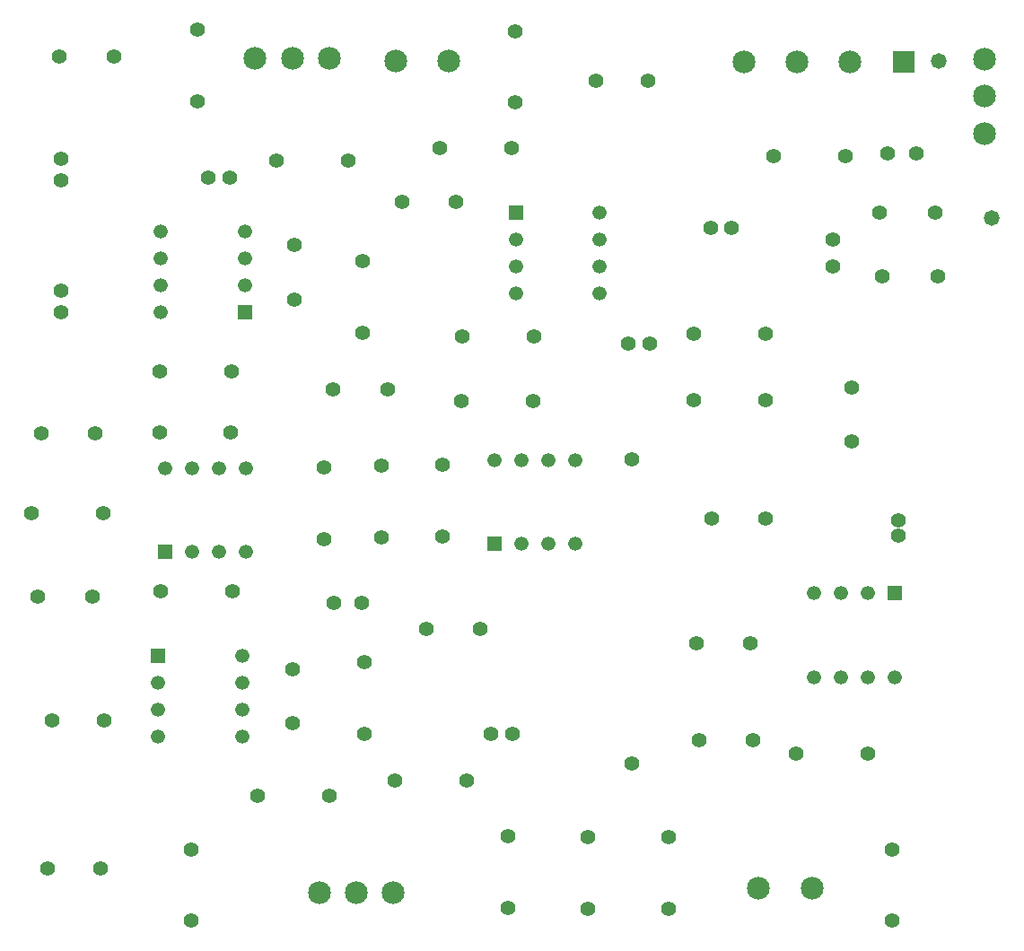
<source format=gts>
G04*
G04 #@! TF.GenerationSoftware,Altium Limited,Altium Designer,21.2.0 (30)*
G04*
G04 Layer_Color=8388736*
%FSLAX44Y44*%
%MOMM*%
G71*
G04*
G04 #@! TF.SameCoordinates,A6CD76A2-BFCB-4AF9-B6D0-9A86C89395A1*
G04*
G04*
G04 #@! TF.FilePolarity,Negative*
G04*
G01*
G75*
%ADD14C,2.1540*%
%ADD15C,1.4040*%
%ADD16R,2.1540X2.1540*%
%ADD17C,1.3340*%
%ADD18R,1.3340X1.3340*%
%ADD19R,1.3340X1.3340*%
%ADD20C,1.4740*%
D14*
X958850Y764540D02*
D03*
Y834540D02*
D03*
Y799540D02*
D03*
X831850Y831850D02*
D03*
X781850D02*
D03*
X731850D02*
D03*
X340360Y835660D02*
D03*
X270360D02*
D03*
X305360D02*
D03*
X400760Y48260D02*
D03*
X330760D02*
D03*
X365760D02*
D03*
X403390Y833120D02*
D03*
X453390D02*
D03*
X745490Y52070D02*
D03*
X795490D02*
D03*
D15*
X127230Y406400D02*
D03*
X59690D02*
D03*
X181610Y332740D02*
D03*
X249150D02*
D03*
X247650Y482600D02*
D03*
X180110D02*
D03*
X509270Y101600D02*
D03*
Y34060D02*
D03*
X372110Y643890D02*
D03*
Y576350D02*
D03*
X215900Y862330D02*
D03*
Y794790D02*
D03*
X180340Y539750D02*
D03*
X247880D02*
D03*
X358140Y739140D02*
D03*
X290600D02*
D03*
X373380Y265430D02*
D03*
Y197890D02*
D03*
X335280Y449580D02*
D03*
Y382040D02*
D03*
X340360Y139700D02*
D03*
X272820D02*
D03*
X209949Y89020D02*
D03*
Y21480D02*
D03*
X389890Y450850D02*
D03*
Y383310D02*
D03*
X759460Y742950D02*
D03*
X827000D02*
D03*
X465860Y572770D02*
D03*
X533400D02*
D03*
X444500Y750570D02*
D03*
X512040D02*
D03*
X515620Y793750D02*
D03*
Y861290D02*
D03*
X464820Y511810D02*
D03*
X532360D02*
D03*
X447040Y384580D02*
D03*
Y452120D02*
D03*
X584200Y100330D02*
D03*
Y32790D02*
D03*
X469900Y153670D02*
D03*
X402360D02*
D03*
X752070Y575310D02*
D03*
X684530D02*
D03*
X660400Y100330D02*
D03*
Y32790D02*
D03*
X871220Y21590D02*
D03*
Y89130D02*
D03*
X848360Y179070D02*
D03*
X780820D02*
D03*
X752070Y513080D02*
D03*
X684530D02*
D03*
X833120Y473710D02*
D03*
Y524510D02*
D03*
X751840Y401320D02*
D03*
X701040D02*
D03*
X815340Y664210D02*
D03*
Y639290D02*
D03*
X877570Y399810D02*
D03*
Y384810D02*
D03*
X689610Y191770D02*
D03*
X739610D02*
D03*
X687070Y283210D02*
D03*
X737070D02*
D03*
X911890Y689610D02*
D03*
X859790D02*
D03*
X914400Y629920D02*
D03*
X862300D02*
D03*
X116840Y327660D02*
D03*
X64840D02*
D03*
X344170Y523240D02*
D03*
X395370D02*
D03*
X307340Y659130D02*
D03*
Y607930D02*
D03*
X119780Y481330D02*
D03*
X68580D02*
D03*
X306070Y259080D02*
D03*
Y207880D02*
D03*
X85960Y836930D02*
D03*
X137160D02*
D03*
X483000Y297180D02*
D03*
X431800D02*
D03*
X408940Y699770D02*
D03*
X460140D02*
D03*
X87630Y596276D02*
D03*
Y616196D02*
D03*
Y720736D02*
D03*
Y740656D02*
D03*
X700170Y675640D02*
D03*
X720090D02*
D03*
X626110Y170180D02*
D03*
Y457200D02*
D03*
X226060Y722630D02*
D03*
X246600D02*
D03*
X622080Y566420D02*
D03*
X642620D02*
D03*
X492760Y198120D02*
D03*
X513300D02*
D03*
X78350Y210820D02*
D03*
X128270D02*
D03*
X74540Y71120D02*
D03*
X124460D02*
D03*
X591430Y814070D02*
D03*
X641350D02*
D03*
X344340Y321310D02*
D03*
X370840D02*
D03*
X867410Y745490D02*
D03*
X893910D02*
D03*
D16*
X881850Y831850D02*
D03*
D17*
X181280Y595630D02*
D03*
Y621030D02*
D03*
Y646430D02*
D03*
Y671830D02*
D03*
X260680D02*
D03*
Y646430D02*
D03*
Y621030D02*
D03*
X185420Y448970D02*
D03*
X210820D02*
D03*
X236220D02*
D03*
X261620D02*
D03*
Y369570D02*
D03*
X236220D02*
D03*
X210820D02*
D03*
X258140Y271780D02*
D03*
Y246380D02*
D03*
Y220980D02*
D03*
Y195580D02*
D03*
X178740D02*
D03*
Y220980D02*
D03*
Y246380D02*
D03*
X595630Y689610D02*
D03*
Y664210D02*
D03*
Y638810D02*
D03*
Y613410D02*
D03*
X516230D02*
D03*
Y638810D02*
D03*
Y664210D02*
D03*
X496570Y456590D02*
D03*
X521970D02*
D03*
X547370D02*
D03*
X572770D02*
D03*
Y377190D02*
D03*
X547370D02*
D03*
X521970D02*
D03*
X873760Y251130D02*
D03*
X848360D02*
D03*
X822960D02*
D03*
X797560D02*
D03*
Y330530D02*
D03*
X822960D02*
D03*
X848360D02*
D03*
D18*
X260680Y595630D02*
D03*
X178740Y271780D02*
D03*
X516230Y689610D02*
D03*
D19*
X185420Y369570D02*
D03*
X496570Y377190D02*
D03*
X873760Y330530D02*
D03*
D20*
X915670Y833120D02*
D03*
X965200Y684530D02*
D03*
M02*

</source>
